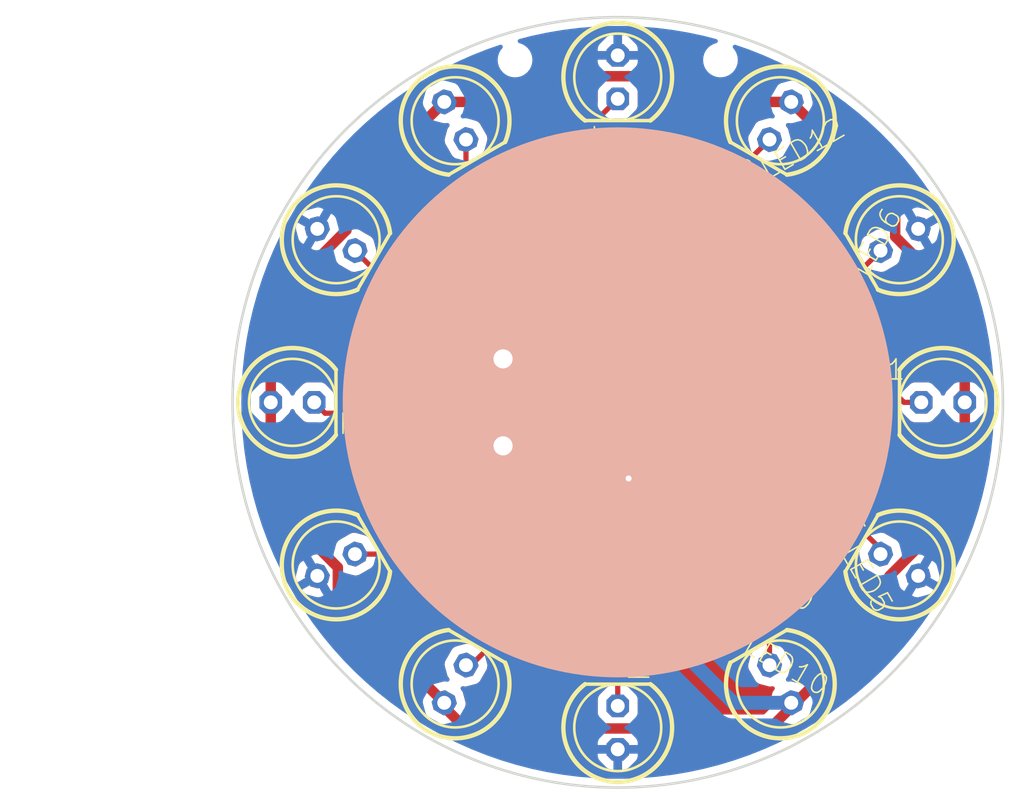
<source format=kicad_pcb>
(kicad_pcb (version 20221018) (generator pcbnew)
  (layers (0 "F.Cu" signal) (31 "B.Cu" signal) (34 "B.Paste" user) (35 "F.Paste" user) (36 "B.SilkS" user "B.Silkscreen") (37 "F.SilkS" user "F.Silkscreen") (38 "B.Mask" user) (39 "F.Mask" user) (44 "Edge.Cuts" user))
  (net 0 "")
  (net 1 "V+")
  (net 2 "N$2")
  (net 3 "OUTPUT")
  (net 4 "GND")
  (net 5 "N$4")
  (net 6 "N$5")
  (net 7 "N$1")
  (net 8 "N$3")
  (net 9 "N$6")
  (net 10 "N$7")
  (net 11 "N$8")
  (net 12 "N$9")
  (net 13 "N$16")
  (net 14 "N$17")
  (net 15 "N$18")
  (net 16 "N$19")
  (net 17 "N$20")
  (net 18 "N$21")
  (footprint "cathy_ornament:LED5MM" (layer "F.Cu") (at 148.5011 86.0036 -90)
    (fp_text reference "LED1" (at 3.175 -0.5334 90) (layer "F.SilkS") (effects (font (size 1.17856 1.17856) (thickness 0.09144)) (justify right)))
    (fp_text value "2.2v" hide)
    (fp_line (start 2.54 1.905) (end 2.54 -1.905) (stroke (width 0.2032)) (layer "F.SilkS"))
    (fp_arc (start 2.54 1.905) (mid -3.175 0) (end 2.54 -1.905) (stroke (width 0.254)) (layer "F.SilkS"))
    (fp_circle (center 0 0) (end 2.54 0) (stroke (width 0.1524)) (fill none) (layer "F.SilkS"))
    (pad "A" thru_hole roundrect (at -1.27 0 270) (size 1.3208 1.3208) (drill 0.8128) (layers "*.Cu" "*.Mask") (chamfer_ratio 0.25) (chamfer top_left top_right bottom_left bottom_right) (net 1 "V+"))
    (pad "K" thru_hole roundrect (at 1.27 0 270) (size 1.3208 1.3208) (drill 0.8128) (layers "*.Cu" "*.Mask") (chamfer_ratio 0.25) (chamfer top_left top_right bottom_left bottom_right) (net 7 "N$1"))
  )
  (footprint "cathy_ornament:AB9V" (layer "F.Cu") (at 141.8011 105.0036)
    (fp_text reference "G1" (at -3.81 2.54 90) (layer "F.SilkS") (effects (font (size 1.17856 1.17856) (thickness 0.09144)) (justify left)))
    (fp_text value "AB9V" hide)
    (fp_text user "9V" (at -1.905 1.143 90) (layer "F.SilkS") (effects (font (size 1.0668 1.0668) (thickness 0.2032)) (justify left bottom)))
    (fp_line (start -2.54 -4.318) (end -1.778 -5.08) (stroke (width 0.1524)) (layer "F.SilkS"))
    (fp_line (start -2.54 -1.905) (end -2.54 -3.175) (stroke (width 0.254)) (layer "F.SilkS"))
    (fp_line (start -2.54 3.175) (end -2.54 1.905) (stroke (width 0.254)) (layer "F.SilkS"))
    (fp_line (start -2.54 4.318) (end -1.778 5.08) (stroke (width 0.1524)) (layer "F.SilkS"))
    (fp_line (start -1.905 -2.54) (end -3.175 -2.54) (stroke (width 0.254)) (layer "F.SilkS"))
    (fp_line (start -1.778 -5.08) (end 1.778 -5.08) (stroke (width 0.1524)) (layer "F.SilkS"))
    (fp_line (start 1.778 5.08) (end -1.778 5.08) (stroke (width 0.1524)) (layer "F.SilkS"))
    (fp_line (start 1.778 5.08) (end 2.54 4.318) (stroke (width 0.1524)) (layer "F.SilkS"))
    (fp_line (start 2.54 -4.318) (end 1.778 -5.08) (stroke (width 0.1524)) (layer "F.SilkS"))
    (fp_line (start 2.54 -4.318) (end 2.54 4.318) (stroke (width 0.1524)) (layer "F.SilkS"))
    (pad "+" thru_hole roundrect (at 0 -2.54) (size 3.1496 3.1496) (drill 1.1176) (layers "*.Cu" "*.Mask") (chamfer_ratio 0.25) (chamfer top_left top_right bottom_left bottom_right) (net 1 "V+"))
    (pad "-" thru_hole roundrect (at 0 2.54) (size 3.1496 3.1496) (drill 1.1176) (layers "*.Cu" "*.Mask") (chamfer_ratio 0.25) (chamfer top_left top_right bottom_left bottom_right) (net 4 "GND"))
  )
  (footprint "cathy_ornament:R0603" (layer "F.Cu") (at 133.8961 105.6386 180)
    (fp_text reference "R8" (at -0.635 -0.635) (layer "F.SilkS") (effects (font (size 1.176528 1.176528) (thickness 0.093472)) (justify right)))
    (fp_text value "1k" hide)
    (pad "1" smd rect (at -0.85 0 180) (size 1 1.1) (layers "F.Cu" "F.Paste" "F.Mask") (net 4 "GND"))
    (pad "2" smd rect (at 0.85 0 180) (size 1 1.1) (layers "F.Cu" "F.Paste" "F.Mask") (net 17 "N$20"))
  )
  (footprint "cathy_ornament:R0603" (layer "F.Cu") (at 147.2311 90.3986 90)
    (fp_text reference "R1" (at -0.635 -0.635 90) (layer "F.SilkS") (effects (font (size 1.176528 1.176528) (thickness 0.093472)) (justify left)))
    (fp_text value "1k" hide)
    (pad "1" smd rect (at -0.85 0 90) (size 1 1.1) (layers "F.Cu" "F.Paste" "F.Mask") (net 4 "GND"))
    (pad "2" smd rect (at 0.85 0 90) (size 1 1.1) (layers "F.Cu" "F.Paste" "F.Mask") (net 7 "N$1"))
  )
  (footprint "cathy_ornament:LED5MM" (layer "F.Cu") (at 139.0011 88.5536 -60)
    (fp_text reference "LED7" (at 3.175004 -0.533398 -210) (layer "F.SilkS") (effects (font (size 1.17856 1.17856) (thickness 0.09144)) (justify left)))
    (fp_text value "2.2v" hide)
    (fp_line (start 2.54 1.905) (end 2.54 -1.905) (stroke (width 0.2032)) (layer "F.SilkS"))
    (fp_arc (start 2.54 1.905) (mid -3.175 -0.000001) (end 2.54 -1.905) (stroke (width 0.254)) (layer "F.SilkS"))
    (fp_circle (center 0 0) (end 2.54 0) (stroke (width 0.1524)) (fill none) (layer "F.SilkS"))
    (pad "A" thru_hole roundrect (at -1.27 0 300) (size 1.3208 1.3208) (drill 0.8128) (layers "*.Cu" "*.Mask") (chamfer_ratio 0.25) (chamfer top_left top_right bottom_left bottom_right) (net 3 "OUTPUT"))
    (pad "K" thru_hole roundrect (at 1.27 0 300) (size 1.3208 1.3208) (drill 0.8128) (layers "*.Cu" "*.Mask") (chamfer_ratio 0.25) (chamfer top_left top_right bottom_left bottom_right) (net 18 "N$21"))
  )
  (footprint "cathy_ornament:LED5MM" (layer "F.Cu") (at 129.5011 105.0036)
    (fp_text reference "LED8" (at 3.175 -0.5334) (layer "F.SilkS") (effects (font (size 1.17856 1.17856) (thickness 0.09144)) (justify left)))
    (fp_text value "2.2v" hide)
    (fp_line (start 2.54 1.905) (end 2.54 -1.905) (stroke (width 0.2032)) (layer "F.SilkS"))
    (fp_arc (start 2.54 1.905) (mid -3.175 0) (end 2.54 -1.905) (stroke (width 0.254)) (layer "F.SilkS"))
    (fp_circle (center 0 0) (end 2.54 0) (stroke (width 0.1524)) (fill none) (layer "F.SilkS"))
    (pad "A" thru_hole roundrect (at -1.27 0) (size 1.3208 1.3208) (drill 0.8128) (layers "*.Cu" "*.Mask") (chamfer_ratio 0.25) (chamfer top_left top_right bottom_left bottom_right) (net 3 "OUTPUT"))
    (pad "K" thru_hole roundrect (at 1.27 0) (size 1.3208 1.3208) (drill 0.8128) (layers "*.Cu" "*.Mask") (chamfer_ratio 0.25) (chamfer top_left top_right bottom_left bottom_right) (net 17 "N$20"))
  )
  (footprint "cathy_ornament:R0603" (layer "F.Cu") (at 135.5471 98.2726 150)
    (fp_text reference "R2" (at -0.634998 -0.635 -60) (layer "F.SilkS") (effects (font (size 1.176528 1.176528) (thickness 0.093472)) (justify left)))
    (fp_text value "1k" hide)
    (pad "1" smd rect (at -0.85 0 150) (size 1 1.1) (layers "F.Cu" "F.Paste" "F.Mask") (net 4 "GND"))
    (pad "2" smd rect (at 0.85 0 150) (size 1 1.1) (layers "F.Cu" "F.Paste" "F.Mask") (net 8 "N$3"))
  )
  (footprint "" (layer "F.Cu") (at 142.5011 85.0036)
    (fp_text reference "@HOLE0" hide)
    (fp_text value "" (at 0 0) (layer "F.SilkS") (effects (font (size 1.27 1.27))))
    (pad "" np_thru_hole circle (at 0 0) (size 1 1) (drill 1) (layers "*.Cu" "*.Mask"))
  )
  (footprint "cathy_ornament:LED5MM" (layer "F.Cu") (at 158.0011 88.5536 -120)
    (fp_text reference "LED12" (at 3.175004 -0.533408 -150) (layer "F.SilkS") (effects (font (size 1.17856 1.17856) (thickness 0.09144)) (justify left)))
    (fp_text value "2.2v" hide)
    (fp_line (start 2.54 1.905) (end 2.54 -1.905) (stroke (width 0.2032)) (layer "F.SilkS"))
    (fp_arc (start 2.54 1.905) (mid -3.175 -0.000001) (end 2.54 -1.905) (stroke (width 0.254)) (layer "F.SilkS"))
    (fp_circle (center 0 0) (end 2.54 0) (stroke (width 0.1524)) (fill none) (layer "F.SilkS"))
    (pad "A" thru_hole roundrect (at -1.27 0 240) (size 1.3208 1.3208) (drill 0.8128) (layers "*.Cu" "*.Mask") (chamfer_ratio 0.25) (chamfer top_left top_right bottom_left bottom_right) (net 3 "OUTPUT"))
    (pad "K" thru_hole roundrect (at 1.27 0 240) (size 1.3208 1.3208) (drill 0.8128) (layers "*.Cu" "*.Mask") (chamfer_ratio 0.25) (chamfer top_left top_right bottom_left bottom_right) (net 13 "N$16"))
  )
  (footprint "cathy_ornament:R0603" (layer "F.Cu") (at 152.3961 100.2336 180)
    (fp_text reference "R13" (at -1.495 0.395 90) (layer "F.SilkS") (effects (font (size 1.176528 1.176528) (thickness 0.093472)) (justify right)))
    (fp_text value "2M")
    (pad "1" smd rect (at -0.85 0 180) (size 1 1.1) (layers "F.Cu" "F.Paste" "F.Mask") (net 6 "N$5"))
    (pad "2" smd rect (at 0.85 0 180) (size 1 1.1) (layers "F.Cu" "F.Paste" "F.Mask") (net 2 "N$2"))
  )
  (footprint "cathy_ornament:C0603" (layer "F.Cu") (at 154.5411 103.8186 90)
    (fp_text reference "C1" (at -0.635 -0.635 90) (layer "F.SilkS") (effects (font (size 1.176528 1.176528) (thickness 0.093472)) (justify left)))
    (fp_text value "1u")
    (pad "1" smd rect (at -0.85 0 90) (size 1.1 1) (layers "F.Cu" "F.Paste" "F.Mask") (net 6 "N$5"))
    (pad "2" smd rect (at 0.85 0 90) (size 1.1 1) (layers "F.Cu" "F.Paste" "F.Mask") (net 5 "N$4"))
  )
  (footprint "cathy_ornament:R0603" (layer "F.Cu") (at 149.1361 119.6086 -90)
    (fp_text reference "R4" (at -0.635 -0.635 90) (layer "F.SilkS") (effects (font (size 1.176528 1.176528) (thickness 0.093472)) (justify right)))
    (fp_text value "1k" hide)
    (pad "1" smd rect (at -0.85 0 270) (size 1 1.1) (layers "F.Cu" "F.Paste" "F.Mask") (net 4 "GND"))
    (pad "2" smd rect (at 0.85 0 270) (size 1 1.1) (layers "F.Cu" "F.Paste" "F.Mask") (net 10 "N$7"))
  )
  (footprint "cathy_ornament:R0603" (layer "F.Cu") (at 155.1051 92.0496 60)
    (fp_text reference "R12" (at -1.50243 -0.867427 30) (layer "F.SilkS") (effects (font (size 1.176528 1.176528) (thickness 0.093472)) (justify left)))
    (fp_text value "1k" hide)
    (pad "1" smd rect (at -0.85 0 60) (size 1 1.1) (layers "F.Cu" "F.Paste" "F.Mask") (net 4 "GND"))
    (pad "2" smd rect (at 0.85 0 60) (size 1 1.1) (layers "F.Cu" "F.Paste" "F.Mask") (net 13 "N$16"))
  )
  (footprint "" (layer "F.Cu") (at 154.5011 85.0036)
    (fp_text reference "@HOLE1" hide)
    (fp_text value "" (at 0 0) (layer "F.SilkS") (effects (font (size 1.27 1.27))))
    (pad "" np_thru_hole circle (at 0 0) (size 1 1) (drill 1) (layers "*.Cu" "*.Mask"))
  )
  (footprint "cathy_ornament:R0603" (layer "F.Cu") (at 136.4361 113.2586 -150)
    (fp_text reference "R3" (at -0.634998 -0.635001 -120) (layer "F.SilkS") (effects (font (size 1.176528 1.176528) (thickness 0.093472)) (justify left)))
    (fp_text value "1k" hide)
    (pad "1" smd rect (at -0.85 0 210) (size 1 1.1) (layers "F.Cu" "F.Paste" "F.Mask") (net 4 "GND"))
    (pad "2" smd rect (at 0.85 0 210) (size 1 1.1) (layers "F.Cu" "F.Paste" "F.Mask") (net 9 "N$6"))
  )
  (footprint "cathy_ornament:R0603" (layer "F.Cu") (at 146.9811 100.2786 180)
    (fp_text reference "R14" (at -1.875 1.375 90) (layer "F.SilkS") (effects (font (size 1.176528 1.176528) (thickness 0.093472)) (justify right)))
    (fp_text value "600k")
    (pad "1" smd rect (at -0.85 0 180) (size 1 1.1) (layers "F.Cu" "F.Paste" "F.Mask") (net 2 "N$2"))
    (pad "2" smd rect (at 0.85 0 180) (size 1 1.1) (layers "F.Cu" "F.Paste" "F.Mask") (net 1 "V+"))
  )
  (footprint "cathy_ornament:R0603" (layer "F.Cu") (at 161.5821 111.6076 -30)
    (fp_text reference "R5" (at -0.635004 -0.635001 -240) (layer "F.SilkS") (effects (font (size 1.176528 1.176528) (thickness 0.093472)) (justify left)))
    (fp_text value "1k" hide)
    (pad "1" smd rect (at -0.85 0 330) (size 1 1.1) (layers "F.Cu" "F.Paste" "F.Mask") (net 4 "GND"))
    (pad "2" smd rect (at 0.85 0 330) (size 1 1.1) (layers "F.Cu" "F.Paste" "F.Mask") (net 11 "N$8"))
  )
  (footprint "cathy_ornament:R0603" (layer "F.Cu") (at 163.1061 103.7336)
    (fp_text reference "R11" (at -1.27 -0.635) (layer "F.SilkS") (effects (font (size 1.176528 1.176528) (thickness 0.093472)) (justify left)))
    (fp_text value "1k" hide)
    (pad "1" smd rect (at -0.85 0) (size 1 1.1) (layers "F.Cu" "F.Paste" "F.Mask") (net 4 "GND"))
    (pad "2" smd rect (at 0.85 0) (size 1 1.1) (layers "F.Cu" "F.Paste" "F.Mask") (net 14 "N$17"))
  )
  (footprint "cathy_ornament:LED5MM" (layer "F.Cu") (at 164.9511 95.5036 -150)
    (fp_text reference "LED6" (at 3.175004 -0.533398 -120) (layer "F.SilkS") (effects (font (size 1.17856 1.17856) (thickness 0.09144)) (justify left)))
    (fp_text value "2.2v" hide)
    (fp_line (start 2.54 1.905) (end 2.54 -1.905) (stroke (width 0.2032)) (layer "F.SilkS"))
    (fp_arc (start 2.54 1.905) (mid -3.175 -0.000001) (end 2.54 -1.905) (stroke (width 0.254)) (layer "F.SilkS"))
    (fp_circle (center 0 0) (end 2.54 0) (stroke (width 0.1524)) (fill none) (layer "F.SilkS"))
    (pad "A" thru_hole roundrect (at -1.27 0 210) (size 1.3208 1.3208) (drill 0.8128) (layers "*.Cu" "*.Mask") (chamfer_ratio 0.25) (chamfer top_left top_right bottom_left bottom_right) (net 1 "V+"))
    (pad "K" thru_hole roundrect (at 1.27 0 210) (size 1.3208 1.3208) (drill 0.8128) (layers "*.Cu" "*.Mask") (chamfer_ratio 0.25) (chamfer top_left top_right bottom_left bottom_right) (net 12 "N$9"))
  )
  (footprint "cathy_ornament:LED5MM" (layer "F.Cu") (at 132.0511 114.5036 30)
    (fp_text reference "LED3" (at 3.174999 -0.533401 60) (layer "F.SilkS") (effects (font (size 1.17856 1.17856) (thickness 0.09144)) (justify left)))
    (fp_text value "2.2v" hide)
    (fp_line (start 2.54 1.905) (end 2.54 -1.905) (stroke (width 0.2032)) (layer "F.SilkS"))
    (fp_arc (start 2.54 1.905) (mid -3.175 -0.000001) (end 2.54 -1.905) (stroke (width 0.254)) (layer "F.SilkS"))
    (fp_circle (center 0 0) (end 2.54 0) (stroke (width 0.1524)) (fill none) (layer "F.SilkS"))
    (pad "A" thru_hole roundrect (at -1.27 0 30) (size 1.3208 1.3208) (drill 0.8128) (layers "*.Cu" "*.Mask") (chamfer_ratio 0.25) (chamfer top_left top_right bottom_left bottom_right) (net 1 "V+"))
    (pad "K" thru_hole roundrect (at 1.27 0 30) (size 1.3208 1.3208) (drill 0.8128) (layers "*.Cu" "*.Mask") (chamfer_ratio 0.25) (chamfer top_left top_right bottom_left bottom_right) (net 9 "N$6"))
  )
  (footprint "cathy_ornament:LED5MM" (layer "F.Cu") (at 164.9511 114.5036 150)
    (fp_text reference "LED5" (at 3.175002 -0.5334 -60) (layer "F.SilkS") (effects (font (size 1.17856 1.17856) (thickness 0.09144)) (justify left)))
    (fp_text value "2.2v" hide)
    (fp_line (start 2.54 1.905) (end 2.54 -1.905) (stroke (width 0.2032)) (layer "F.SilkS"))
    (fp_arc (start 2.54 1.905) (mid -3.175 -0.000001) (end 2.54 -1.905) (stroke (width 0.254)) (layer "F.SilkS"))
    (fp_circle (center 0 0) (end 2.54 0) (stroke (width 0.1524)) (fill none) (layer "F.SilkS"))
    (pad "A" thru_hole roundrect (at -1.27 0 150) (size 1.3208 1.3208) (drill 0.8128) (layers "*.Cu" "*.Mask") (chamfer_ratio 0.25) (chamfer top_left top_right bottom_left bottom_right) (net 1 "V+"))
    (pad "K" thru_hole roundrect (at 1.27 0 150) (size 1.3208 1.3208) (drill 0.8128) (layers "*.Cu" "*.Mask") (chamfer_ratio 0.25) (chamfer top_left top_right bottom_left bottom_right) (net 11 "N$8"))
  )
  (footprint "cathy_ornament:LED5MM" (layer "F.Cu") (at 167.5011 105.0036 180)
    (fp_text reference "LED11" (at 3.175 -0.5334) (layer "F.SilkS") (effects (font (size 1.17856 1.17856) (thickness 0.09144)) (justify right)))
    (fp_text value "2.2v" hide)
    (fp_line (start 2.54 1.905) (end 2.54 -1.905) (stroke (width 0.2032)) (layer "F.SilkS"))
    (fp_arc (start 2.54 1.905) (mid -3.175 0) (end 2.54 -1.905) (stroke (width 0.254)) (layer "F.SilkS"))
    (fp_circle (center 0 0) (end 2.54 0) (stroke (width 0.1524)) (fill none) (layer "F.SilkS"))
    (pad "A" thru_hole roundrect (at -1.27 0 180) (size 1.3208 1.3208) (drill 0.8128) (layers "*.Cu" "*.Mask") (chamfer_ratio 0.25) (chamfer top_left top_right bottom_left bottom_right) (net 3 "OUTPUT"))
    (pad "K" thru_hole roundrect (at 1.27 0 180) (size 1.3208 1.3208) (drill 0.8128) (layers "*.Cu" "*.Mask") (chamfer_ratio 0.25) (chamfer top_left top_right bottom_left bottom_right) (net 14 "N$17"))
  )
  (footprint "cathy_ornament:R0603" (layer "F.Cu") (at 160.6931 97.5106 30)
    (fp_text reference "R6" (at -0.635002 -0.635003 60) (layer "F.SilkS") (effects (font (size 1.176528 1.176528) (thickness 0.093472)) (justify left)))
    (fp_text value "1k" hide)
    (pad "1" smd rect (at -0.85 0 30) (size 1 1.1) (layers "F.Cu" "F.Paste" "F.Mask") (net 4 "GND"))
    (pad "2" smd rect (at 0.85 0 30) (size 1 1.1) (layers "F.Cu" "F.Paste" "F.Mask") (net 12 "N$9"))
  )
  (footprint "cathy_ornament:LED5MM" (layer "F.Cu") (at 139.0011 121.4536 60)
    (fp_text reference "LED9" (at 3.175003 -0.533404 30) (layer "F.SilkS") (effects (font (size 1.17856 1.17856) (thickness 0.09144)) (justify left)))
    (fp_text value "2.2v" hide)
    (fp_line (start 2.54 1.905) (end 2.54 -1.905) (stroke (width 0.2032)) (layer "F.SilkS"))
    (fp_arc (start 2.54 1.905) (mid -3.175 -0.000001) (end 2.54 -1.905) (stroke (width 0.254)) (layer "F.SilkS"))
    (fp_circle (center 0 0) (end 2.54 0) (stroke (width 0.1524)) (fill none) (layer "F.SilkS"))
    (pad "A" thru_hole roundrect (at -1.27 0 60) (size 1.3208 1.3208) (drill 0.8128) (layers "*.Cu" "*.Mask") (chamfer_ratio 0.25) (chamfer top_left top_right bottom_left bottom_right) (net 3 "OUTPUT"))
    (pad "K" thru_hole roundrect (at 1.27 0 60) (size 1.3208 1.3208) (drill 0.8128) (layers "*.Cu" "*.Mask") (chamfer_ratio 0.25) (chamfer top_left top_right bottom_left bottom_right) (net 16 "N$19"))
  )
  (footprint "cathy_ornament:R0603" (layer "F.Cu") (at 140.7541 92.5576 120)
    (fp_text reference "R7" (at -0.634998 -0.635001 -30) (layer "F.SilkS") (effects (font (size 1.176528 1.176528) (thickness 0.093472)) (justify left)))
    (fp_text value "1k" hide)
    (pad "1" smd rect (at -0.85 0 120) (size 1 1.1) (layers "F.Cu" "F.Paste" "F.Mask") (net 4 "GND"))
    (pad "2" smd rect (at 0.85 0 120) (size 1 1.1) (layers "F.Cu" "F.Paste" "F.Mask") (net 18 "N$21"))
  )
  (footprint "cathy_ornament:SO08" (layer "F.Cu") (at 148.5011 105.0036)
    (fp_text reference "IC1" (at -2.667 1.905 90) (layer "F.SilkS") (effects (font (size 1.176528 1.176528) (thickness 0.093472)) (justify left)))
    (fp_text value "NE555D")
    (pad "1" smd rect (at -1.905 2.6) (size 0.6 2.2) (layers "F.Cu" "F.Paste" "F.Mask") (net 4 "GND"))
    (pad "2" smd rect (at -0.635 2.6) (size 0.6 2.2) (layers "F.Cu" "F.Paste" "F.Mask") (net 6 "N$5"))
    (pad "3" smd rect (at 0.635 2.6) (size 0.6 2.2) (layers "F.Cu" "F.Paste" "F.Mask") (net 3 "OUTPUT"))
    (pad "4" smd rect (at 1.905 2.6) (size 0.6 2.2) (layers "F.Cu" "F.Paste" "F.Mask") (net 1 "V+"))
    (pad "5" smd rect (at 1.905 -2.6) (size 0.6 2.2) (layers "F.Cu" "F.Paste" "F.Mask") (net 5 "N$4"))
    (pad "6" smd rect (at 0.635 -2.6) (size 0.6 2.2) (layers "F.Cu" "F.Paste" "F.Mask") (net 6 "N$5"))
    (pad "7" smd rect (at -0.635 -2.6) (size 0.6 2.2) (layers "F.Cu" "F.Paste" "F.Mask") (net 2 "N$2"))
    (pad "8" smd rect (at -1.905 -2.6) (size 0.6 2.2) (layers "F.Cu" "F.Paste" "F.Mask") (net 1 "V+"))
  )
  (footprint "cathy_ornament:LED5MM" (layer "F.Cu") (at 158.0011 121.4536 120)
    (fp_text reference "LED10" (at 3.175002 -0.533406 -30) (layer "F.SilkS") (effects (font (size 1.17856 1.17856) (thickness 0.09144)) (justify left)))
    (fp_text value "2.2v" hide)
    (fp_line (start 2.54 1.905) (end 2.54 -1.905) (stroke (width 0.2032)) (layer "F.SilkS"))
    (fp_arc (start 2.54 1.905) (mid -3.175 -0.000001) (end 2.54 -1.905) (stroke (width 0.254)) (layer "F.SilkS"))
    (fp_circle (center 0 0) (end 2.54 0) (stroke (width 0.1524)) (fill none) (layer "F.SilkS"))
    (pad "A" thru_hole roundrect (at -1.27 0 120) (size 1.3208 1.3208) (drill 0.8128) (layers "*.Cu" "*.Mask") (chamfer_ratio 0.25) (chamfer top_left top_right bottom_left bottom_right) (net 3 "OUTPUT"))
    (pad "K" thru_hole roundrect (at 1.27 0 120) (size 1.3208 1.3208) (drill 0.8128) (layers "*.Cu" "*.Mask") (chamfer_ratio 0.25) (chamfer top_left top_right bottom_left bottom_right) (net 15 "N$18"))
  )
  (footprint "cathy_ornament:LED5MM" (layer "F.Cu") (at 148.5011 124.0036 90)
    (fp_text reference "LED4" (at 3.175 -0.5334 90) (layer "F.SilkS") (effects (font (size 1.17856 1.17856) (thickness 0.09144)) (justify left)))
    (fp_text value "2.2v" hide)
    (fp_line (start 2.54 1.905) (end 2.54 -1.905) (stroke (width 0.2032)) (layer "F.SilkS"))
    (fp_arc (start 2.54 1.905) (mid -3.175 0) (end 2.54 -1.905) (stroke (width 0.254)) (layer "F.SilkS"))
    (fp_circle (center 0 0) (end 2.54 0) (stroke (width 0.1524)) (fill none) (layer "F.SilkS"))
    (pad "A" thru_hole roundrect (at -1.27 0 90) (size 1.3208 1.3208) (drill 0.8128) (layers "*.Cu" "*.Mask") (chamfer_ratio 0.25) (chamfer top_left top_right bottom_left bottom_right) (net 1 "V+"))
    (pad "K" thru_hole roundrect (at 1.27 0 90) (size 1.3208 1.3208) (drill 0.8128) (layers "*.Cu" "*.Mask") (chamfer_ratio 0.25) (chamfer top_left top_right bottom_left bottom_right) (net 10 "N$7"))
  )
  (footprint "cathy_ornament:R0603" (layer "F.Cu") (at 156.6291 117.1956 -60)
    (fp_text reference "R10" (at -1.734855 -1.27 -210) (layer "F.SilkS") (effects (font (size 1.176528 1.176528) (thickness 0.093472)) (justify left)))
    (fp_text value "1k" hide)
    (pad "1" smd rect (at -0.85 0 300) (size 1 1.1) (layers "F.Cu" "F.Paste" "F.Mask") (net 4 "GND"))
    (pad "2" smd rect (at 0.85 0 300) (size 1 1.1) (layers "F.Cu" "F.Paste" "F.Mask") (net 15 "N$18"))
  )
  (footprint "cathy_ornament:LED5MM" (layer "F.Cu") (at 132.0511 95.5036 -30)
    (fp_text reference "LED2" (at 3.175002 -0.5334 -240) (layer "F.SilkS") (effects (font (size 1.17856 1.17856) (thickness 0.09144)) (justify left)))
    (fp_text value "2.2v" hide)
    (fp_line (start 2.54 1.905) (end 2.54 -1.905) (stroke (width 0.2032)) (layer "F.SilkS"))
    (fp_arc (start 2.54 1.905) (mid -3.175 -0.000001) (end 2.54 -1.905) (stroke (width 0.254)) (layer "F.SilkS"))
    (fp_circle (center 0 0) (end 2.54 0) (stroke (width 0.1524)) (fill none) (layer "F.SilkS"))
    (pad "A" thru_hole roundrect (at -1.27 0 330) (size 1.3208 1.3208) (drill 0.8128) (layers "*.Cu" "*.Mask") (chamfer_ratio 0.25) (chamfer top_left top_right bottom_left bottom_right) (net 1 "V+"))
    (pad "K" thru_hole roundrect (at 1.27 0 330) (size 1.3208 1.3208) (drill 0.8128) (layers "*.Cu" "*.Mask") (chamfer_ratio 0.25) (chamfer top_left top_right bottom_left bottom_right) (net 8 "N$3"))
  )
  (footprint "cathy_ornament:R0603" (layer "F.Cu") (at 141.7701 118.2116 -120)
    (fp_text reference "R9" (at -0.635002 -0.634998 -150) (layer "F.SilkS") (effects (font (size 1.176528 1.176528) (thickness 0.093472)) (justify left)))
    (fp_text value "1k" hide)
    (pad "1" smd rect (at -0.85 0 240) (size 1 1.1) (layers "F.Cu" "F.Paste" "F.Mask") (net 4 "GND"))
    (pad "2" smd rect (at 0.85 0 240) (size 1 1.1) (layers "F.Cu" "F.Paste" "F.Mask") (net 16 "N$19"))
  )
  (gr_circle (center 148.5011 105.0036) (end 164.48999 105.0036) (stroke (width 0.1524)) (fill solid) (layer "B.SilkS"))
  (gr_circle (center 148.5011 105.0036) (end 171.0011 105.0036) (stroke (width 0.1524)) (fill none) (layer "Edge.Cuts"))
  (segment (start 147.8661 105.0036) (end 146.5961 103.7336) (width 0.6096) (layer "F.Cu") (net 1))
  (segment (start 141.8611 102.4036) (end 146.5961 102.4036) (width 0.6096) (layer "F.Cu") (net 1))
  (segment (start 150.4061 107.6036) (end 150.4061 106.2736) (width 0.6096) (layer "F.Cu") (net 1))
  (segment (start 150.4061 106.2736) (end 149.1361 105.0036) (width 0.6096) (layer "F.Cu") (net 1))
  (segment (start 149.1361 105.0036) (end 147.8661 105.0036) (width 0.6096) (layer "F.Cu") (net 1))
  (segment (start 146.5961 103.7336) (end 146.5961 102.4036) (width 0.6096) (layer "F.Cu") (net 1))
  (segment (start 141.8011 102.4636) (end 141.8611 102.4036) (width 0.6096) (layer "F.Cu") (net 1))
  (segment (start 146.5961 100.7436) (end 146.1311 100.2786) (width 0.3048) (layer "F.Cu") (net 1))
  (segment (start 146.5961 102.4036) (end 146.5961 100.7436) (width 0.3048) (layer "F.Cu") (net 1))
  (segment (start 147.8311 100.2786) (end 151.5011 100.2786) (width 0.3048) (layer "F.Cu") (net 2))
  (segment (start 147.8311 100.2786) (end 147.8311 102.3686) (width 0.3048) (layer "F.Cu") (net 2))
  (segment (start 151.5011 100.2786) (end 151.5461 100.2336) (width 0.3048) (layer "F.Cu") (net 2))
  (segment (start 147.8311 102.3686) (end 147.8661 102.4036) (width 0.3048) (layer "F.Cu") (net 2))
  (segment (start 149.1361 107.6036) (end 149.1361 109.4486) (width 0.8128) (layer "F.Cu") (net 3))
  (segment (start 139.6111 124.0536) (end 138.3661 122.8086) (width 0.6096) (layer "F.Cu") (net 3))
  (segment (start 164.706646 93.524297) (end 164.706646 95.320219) (width 0.6096) (layer "F.Cu") (net 3))
  (segment (start 158.6361 122.8086) (end 157.3911 124.0536) (width 0.6096) (layer "F.Cu") (net 3))
  (segment (start 145.9611 85.9536) (end 151.0411 85.9536) (width 0.6096) (layer "F.Cu") (net 3))
  (segment (start 158.89125 122.55345) (end 158.6361 122.55345) (width 0.4064) (layer "F.Cu") (net 3))
  (segment (start 164.706646 95.320219) (end 168.7711 99.384672) (width 0.6096) (layer "F.Cu") (net 3))
  (segment (start 152.54125 87.45375) (end 158.6361 87.45375) (width 0.6096) (layer "F.Cu") (net 3))
  (segment (start 168.7711 105.0036) (end 168.7711 110.744662) (width 0.6096) (layer "F.Cu") (net 3))
  (segment (start 132.150585 116.337934) (end 138.3661 122.55345) (width 0.6096) (layer "F.Cu") (net 3))
  (segment (start 128.2311 110.580384) (end 128.28306 110.774296) (width 0.6096) (layer "F.Cu") (net 3))
  (segment (start 151.0411 85.9536) (end 152.54125 87.45375) (width 0.6096) (layer "F.Cu") (net 3))
  (segment (start 132.6511 93.16875) (end 132.6511 94.942341) (width 0.6096) (layer "F.Cu") (net 3))
  (segment (start 138.3661 87.45375) (end 132.6511 93.16875) (width 0.6096) (layer "F.Cu") (net 3))
  (segment (start 158.6361 122.55345) (end 158.6361 122.8086) (width 0.6096) (layer "F.Cu") (net 3))
  (segment (start 164.3761 117.0686) (end 158.89125 122.55345) (width 0.6096) (layer "F.Cu") (net 3))
  (segment (start 132.6511 94.942341) (end 128.2311 99.362341) (width 0.6096) (layer "F.Cu") (net 3))
  (segment (start 168.7711 110.744662) (end 164.3761 115.139662) (width 0.6096) (layer "F.Cu") (net 3))
  (segment (start 158.6361 87.45375) (end 164.706646 93.524297) (width 0.6096) (layer "F.Cu") (net 3))
  (segment (start 168.7711 99.384672) (end 168.7711 105.0036) (width 0.6096) (layer "F.Cu") (net 3))
  (segment (start 164.3761 115.139662) (end 164.3761 117.0686) (width 0.6096) (layer "F.Cu") (net 3))
  (segment (start 132.150585 114.641821) (end 132.150585 116.337934) (width 0.6096) (layer "F.Cu") (net 3))
  (segment (start 139.6111 124.0536) (end 157.3911 124.0536) (width 0.6096) (layer "F.Cu") (net 3))
  (segment (start 138.3661 87.45375) (end 144.46095 87.45375) (width 0.6096) (layer "F.Cu") (net 3))
  (segment (start 128.2311 99.362341) (end 128.2311 105.0036) (width 0.6096) (layer "F.Cu") (net 3))
  (segment (start 138.3661 122.55345) (end 138.3661 122.8086) (width 0.6096) (layer "F.Cu") (net 3))
  (segment (start 128.28306 110.774296) (end 132.150585 114.641821) (width 0.6096) (layer "F.Cu") (net 3))
  (segment (start 128.2311 105.0036) (end 128.2311 110.580384) (width 0.6096) (layer "F.Cu") (net 3))
  (segment (start 144.46095 87.45375) (end 145.9611 85.9536) (width 0.6096) (layer "F.Cu") (net 3))
  (via (at 149.1361 109.4486) (size 0.7564) (drill 0.35) (layers "F.Cu" "B.Cu") (net 3))
  (segment (start 149.1361 116.4336) (end 149.1361 109.4486) (width 0.8128) (layer "B.Cu") (net 3))
  (segment (start 155.25595 122.55345) (end 149.1361 116.4336) (width 0.8128) (layer "B.Cu") (net 3))
  (segment (start 158.6361 122.55345) (end 155.25595 122.55345) (width 0.8128) (layer "B.Cu") (net 3))
  (segment (start 150.4061 102.4036) (end 153.9761 102.4036) (width 0.3048) (layer "F.Cu") (net 5))
  (segment (start 153.9761 102.4036) (end 154.5411 102.9686) (width 0.3048) (layer "F.Cu") (net 5))
  (segment (start 155.4861 101.8286) (end 155.4861 103.7236) (width 0.3048) (layer "F.Cu") (net 6))
  (segment (start 147.8661 107.6036) (end 147.8661 110.0836) (width 0.3048) (layer "F.Cu") (net 6))
  (segment (start 150.0711 104.6686) (end 151.0411 104.6686) (width 0.3048) (layer "F.Cu") (net 6))
  (segment (start 148.5011 110.7186) (end 149.7711 110.7186) (width 0.3048) (layer "F.Cu") (net 6))
  (segment (start 155.4861 103.7236) (end 154.5411 104.6686) (width 0.3048) (layer "F.Cu") (net 6))
  (segment (start 153.8911 100.2336) (end 155.4861 101.8286) (width 0.3048) (layer "F.Cu") (net 6))
  (segment (start 153.2461 100.2336) (end 153.8911 100.2336) (width 0.3048) (layer "F.Cu") (net 6))
  (segment (start 151.0411 104.6686) (end 154.5411 104.6686) (width 0.3048) (layer "F.Cu") (net 6))
  (segment (start 149.1361 103.7336) (end 150.0711 104.6686) (width 0.3048) (layer "F.Cu") (net 6))
  (segment (start 147.8661 110.0836) (end 148.5011 110.7186) (width 0.3048) (layer "F.Cu") (net 6))
  (segment (start 149.7711 110.7186) (end 151.0411 109.4486) (width 0.3048) (layer "F.Cu") (net 6))
  (segment (start 151.0411 109.4486) (end 151.0411 104.6686) (width 0.3048) (layer "F.Cu") (net 6))
  (segment (start 149.1361 102.4036) (end 149.1361 103.7336) (width 0.3048) (layer "F.Cu") (net 6))
  (segment (start 147.2311 88.5436) (end 147.2311 89.5486) (width 0.3048) (layer "F.Cu") (net 7))
  (segment (start 148.5011 87.2736) (end 147.2311 88.5436) (width 0.3048) (layer "F.Cu") (net 7))
  (segment (start 133.150954 96.1386) (end 134.810982 97.798629) (width 0.3048) (layer "F.Cu") (net 8))
  (segment (start 134.810982 97.798629) (end 134.810982 97.8476) (width 0.3048) (layer "F.Cu") (net 8))
  (segment (start 135.514982 113.8686) (end 135.699982 113.6836) (width 0.3048) (layer "F.Cu") (net 9))
  (segment (start 133.150954 113.8686) (end 135.514982 113.8686) (width 0.3048) (layer "F.Cu") (net 9))
  (segment (start 148.5011 121.0936) (end 149.1361 120.4586) (width 0.3048) (layer "F.Cu") (net 10))
  (segment (start 148.5011 122.7336) (end 148.5011 121.0936) (width 0.3048) (layer "F.Cu") (net 10))
  (segment (start 162.318218 112.0326) (end 163.851246 113.565628) (width 0.3048) (layer "F.Cu") (net 11))
  (segment (start 163.851246 113.565628) (end 163.851246 113.8686) (width 0.3048) (layer "F.Cu") (net 11))
  (segment (start 161.429218 97.0856) (end 162.904246 97.0856) (width 0.3048) (layer "F.Cu") (net 12))
  (segment (start 162.904246 97.0856) (end 163.851246 96.1386) (width 0.3048) (layer "F.Cu") (net 12))
  (segment (start 155.706071 91.313482) (end 157.3661 89.653454) (width 0.3048) (layer "F.Cu") (net 13))
  (segment (start 155.5301 91.313482) (end 155.706071 91.313482) (width 0.3048) (layer "F.Cu") (net 13))
  (segment (start 163.9561 103.7336) (end 165.2261 105.0036) (width 0.3048) (layer "F.Cu") (net 14))
  (segment (start 165.2261 105.0036) (end 166.2311 105.0036) (width 0.3048) (layer "F.Cu") (net 14))
  (segment (start 157.3661 118.243718) (end 157.0541 117.931718) (width 0.3048) (layer "F.Cu") (net 15))
  (segment (start 157.3661 120.353746) (end 157.3661 118.243718) (width 0.3048) (layer "F.Cu") (net 15))
  (segment (start 141.3451 118.947718) (end 139.939072 120.353746) (width 0.3048) (layer "F.Cu") (net 16))
  (segment (start 139.939072 120.353746) (end 139.6361 120.353746) (width 0.3048) (layer "F.Cu") (net 16))
  (segment (start 131.4061 105.6386) (end 130.7711 105.0036) (width 0.3048) (layer "F.Cu") (net 17))
  (segment (start 133.0461 105.6386) (end 131.4061 105.6386) (width 0.3048) (layer "F.Cu") (net 17))
  (segment (start 139.6361 91.128482) (end 139.6361 89.653454) (width 0.3048) (layer "F.Cu") (net 18))
  (segment (start 140.3291 91.821482) (end 139.6361 91.128482) (width 0.3048) (layer "F.Cu") (net 18))
  (zone (net 4) (net_name "GND") (layer "F.Cu") (connect_pads (clearance 0.508)) (min_thickness 0.254) (fill yes (thermal_gap 0.508) (thermal_bridge_width 0.508))
    (polygon (pts (xy 172.25 128.75) (xy 124.75 128.75) (xy 124.75 81.5) (xy 172.25 81.5)))
  )
  (zone (net 1) (net_name "V+") (layer "B.Cu") (connect_pads (clearance 0.508)) (min_thickness 0.254) (fill yes (thermal_gap 0.508) (thermal_bridge_width 0.508))
    (polygon (pts (xy 172.25 128.75) (xy 124.75 128.75) (xy 124.75 81.5) (xy 172.25 81.5)))
  )
)
</source>
